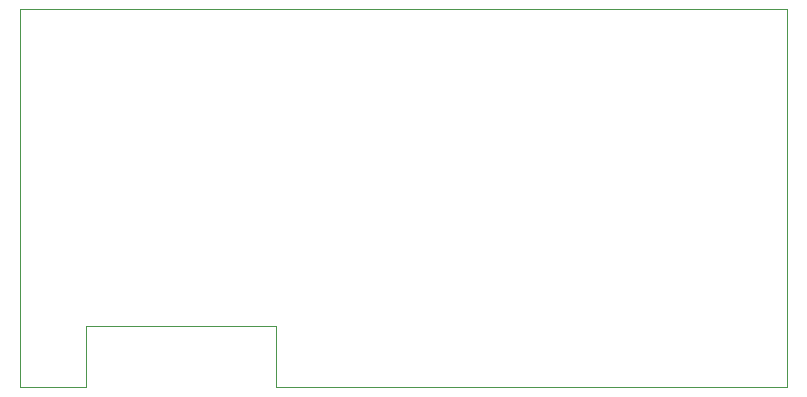
<source format=gbr>
%TF.GenerationSoftware,KiCad,Pcbnew,8.0.1*%
%TF.CreationDate,2024-09-08T05:47:06-06:00*%
%TF.ProjectId,USBHIDKey,55534248-4944-44b6-9579-2e6b69636164,rev?*%
%TF.SameCoordinates,Original*%
%TF.FileFunction,Profile,NP*%
%FSLAX46Y46*%
G04 Gerber Fmt 4.6, Leading zero omitted, Abs format (unit mm)*
G04 Created by KiCad (PCBNEW 8.0.1) date 2024-09-08 05:47:06*
%MOMM*%
%LPD*%
G01*
G04 APERTURE LIST*
%TA.AperFunction,Profile*%
%ADD10C,0.050000*%
%TD*%
G04 APERTURE END LIST*
D10*
X194970400Y-77419200D02*
X211099400Y-77419200D01*
X194970400Y-82596800D02*
X189381000Y-82596800D01*
X254381000Y-50596800D02*
X254381000Y-82596800D01*
X189381000Y-50596800D02*
X189381000Y-82596800D01*
X254381000Y-50596800D02*
X189382400Y-50596800D01*
X194970400Y-82596800D02*
X194970400Y-77419200D01*
X254381000Y-82596800D02*
X211099400Y-82596800D01*
X211099400Y-77419200D02*
X211099400Y-82596800D01*
M02*

</source>
